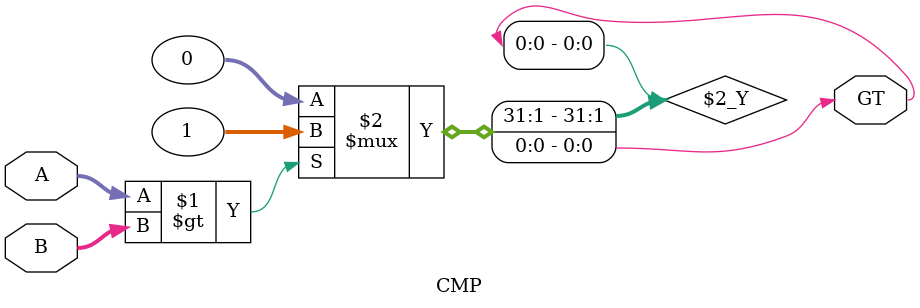
<source format=v>
`timescale 1ns / 1ps

module CMP(
input [3:0] A,B,
output  GT
    );
assign GT = (A > B)? 1:0;
//assign GT = |A[31:1];//bitwise or

endmodule

</source>
